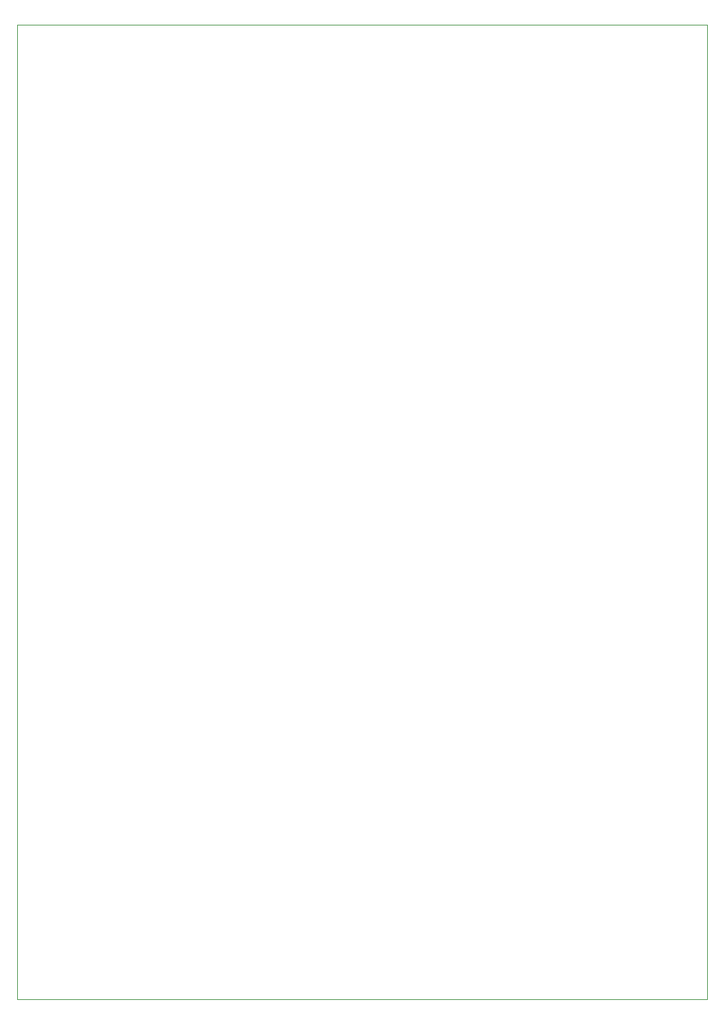
<source format=gbr>
%TF.GenerationSoftware,KiCad,Pcbnew,9.0.3*%
%TF.CreationDate,2025-08-11T00:10:58+09:00*%
%TF.ProjectId,tenkey_v3,74656e6b-6579-45f7-9633-2e6b69636164,rev?*%
%TF.SameCoordinates,Original*%
%TF.FileFunction,Profile,NP*%
%FSLAX46Y46*%
G04 Gerber Fmt 4.6, Leading zero omitted, Abs format (unit mm)*
G04 Created by KiCad (PCBNEW 9.0.3) date 2025-08-11 00:10:58*
%MOMM*%
%LPD*%
G01*
G04 APERTURE LIST*
%TA.AperFunction,Profile*%
%ADD10C,0.050000*%
%TD*%
G04 APERTURE END LIST*
D10*
X100349600Y-34965400D02*
X185349600Y-34965400D01*
X185349600Y-154965400D01*
X100349600Y-154965400D01*
X100349600Y-34965400D01*
M02*

</source>
